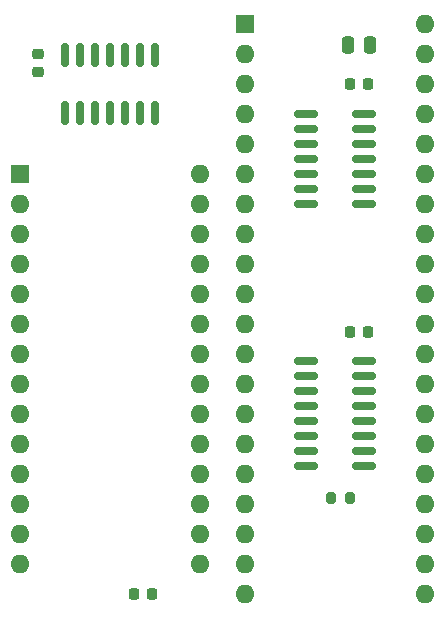
<source format=gbr>
%TF.GenerationSoftware,KiCad,Pcbnew,8.0.7*%
%TF.CreationDate,2025-01-07T22:57:07+00:00*%
%TF.ProjectId,177x,31373778-2e6b-4696-9361-645f70636258,01*%
%TF.SameCoordinates,Original*%
%TF.FileFunction,Soldermask,Top*%
%TF.FilePolarity,Negative*%
%FSLAX46Y46*%
G04 Gerber Fmt 4.6, Leading zero omitted, Abs format (unit mm)*
G04 Created by KiCad (PCBNEW 8.0.7) date 2025-01-07 22:57:07*
%MOMM*%
%LPD*%
G01*
G04 APERTURE LIST*
G04 Aperture macros list*
%AMRoundRect*
0 Rectangle with rounded corners*
0 $1 Rounding radius*
0 $2 $3 $4 $5 $6 $7 $8 $9 X,Y pos of 4 corners*
0 Add a 4 corners polygon primitive as box body*
4,1,4,$2,$3,$4,$5,$6,$7,$8,$9,$2,$3,0*
0 Add four circle primitives for the rounded corners*
1,1,$1+$1,$2,$3*
1,1,$1+$1,$4,$5*
1,1,$1+$1,$6,$7*
1,1,$1+$1,$8,$9*
0 Add four rect primitives between the rounded corners*
20,1,$1+$1,$2,$3,$4,$5,0*
20,1,$1+$1,$4,$5,$6,$7,0*
20,1,$1+$1,$6,$7,$8,$9,0*
20,1,$1+$1,$8,$9,$2,$3,0*%
G04 Aperture macros list end*
%ADD10RoundRect,0.250000X0.250000X0.475000X-0.250000X0.475000X-0.250000X-0.475000X0.250000X-0.475000X0*%
%ADD11RoundRect,0.150000X-0.825000X-0.150000X0.825000X-0.150000X0.825000X0.150000X-0.825000X0.150000X0*%
%ADD12RoundRect,0.225000X0.225000X0.250000X-0.225000X0.250000X-0.225000X-0.250000X0.225000X-0.250000X0*%
%ADD13RoundRect,0.225000X-0.225000X-0.250000X0.225000X-0.250000X0.225000X0.250000X-0.225000X0.250000X0*%
%ADD14R,1.600000X1.600000*%
%ADD15O,1.600000X1.600000*%
%ADD16RoundRect,0.200000X0.200000X0.275000X-0.200000X0.275000X-0.200000X-0.275000X0.200000X-0.275000X0*%
%ADD17RoundRect,0.225000X-0.250000X0.225000X-0.250000X-0.225000X0.250000X-0.225000X0.250000X0.225000X0*%
%ADD18RoundRect,0.150000X0.150000X-0.825000X0.150000X0.825000X-0.150000X0.825000X-0.150000X-0.825000X0*%
G04 APERTURE END LIST*
D10*
%TO.C,C5*%
X110932000Y-38862000D03*
X109032000Y-38862000D03*
%TD*%
D11*
%TO.C,IC4*%
X105475000Y-44704000D03*
X105475000Y-45974000D03*
X105475000Y-47244000D03*
X105475000Y-48514000D03*
X105475000Y-49784000D03*
X105475000Y-51054000D03*
X105475000Y-52324000D03*
X110425000Y-52324000D03*
X110425000Y-51054000D03*
X110425000Y-49784000D03*
X110425000Y-48514000D03*
X110425000Y-47244000D03*
X110425000Y-45974000D03*
X110425000Y-44704000D03*
%TD*%
D12*
%TO.C,C3*%
X110757000Y-63214000D03*
X109207000Y-63214000D03*
%TD*%
D13*
%TO.C,C1*%
X90906000Y-85344000D03*
X92456000Y-85344000D03*
%TD*%
D12*
%TO.C,C4*%
X110757000Y-42164000D03*
X109207000Y-42164000D03*
%TD*%
D14*
%TO.C,IC5*%
X100330000Y-37084000D03*
D15*
X100330000Y-39624000D03*
X100330000Y-42164000D03*
X100330000Y-44704000D03*
X100330000Y-47244000D03*
X100330000Y-49784000D03*
X100330000Y-52324000D03*
X100330000Y-54864000D03*
X100330000Y-57404000D03*
X100330000Y-59944000D03*
X100330000Y-62484000D03*
X100330000Y-65024000D03*
X100330000Y-67564000D03*
X100330000Y-70104000D03*
X100330000Y-72644000D03*
X100330000Y-75184000D03*
X100330000Y-77724000D03*
X100330000Y-80264000D03*
X100330000Y-82804000D03*
X100330000Y-85344000D03*
X115570000Y-85344000D03*
X115570000Y-82804000D03*
X115570000Y-80264000D03*
X115570000Y-77724000D03*
X115570000Y-75184000D03*
X115570000Y-72644000D03*
X115570000Y-70104000D03*
X115570000Y-67564000D03*
X115570000Y-65024000D03*
X115570000Y-62484000D03*
X115570000Y-59944000D03*
X115570000Y-57404000D03*
X115570000Y-54864000D03*
X115570000Y-52324000D03*
X115570000Y-49784000D03*
X115570000Y-47244000D03*
X115570000Y-44704000D03*
X115570000Y-42164000D03*
X115570000Y-39624000D03*
X115570000Y-37084000D03*
%TD*%
D14*
%TO.C,IC1*%
X81275000Y-49794000D03*
D15*
X81275000Y-52334000D03*
X81275000Y-54874000D03*
X81275000Y-57414000D03*
X81275000Y-59954000D03*
X81275000Y-62494000D03*
X81275000Y-65034000D03*
X81275000Y-67574000D03*
X81275000Y-70114000D03*
X81275000Y-72654000D03*
X81275000Y-75194000D03*
X81275000Y-77734000D03*
X81275000Y-80274000D03*
X81275000Y-82814000D03*
X96515000Y-82814000D03*
X96515000Y-80274000D03*
X96515000Y-77734000D03*
X96515000Y-75194000D03*
X96515000Y-72654000D03*
X96515000Y-70114000D03*
X96515000Y-67574000D03*
X96515000Y-65034000D03*
X96515000Y-62494000D03*
X96515000Y-59954000D03*
X96515000Y-57414000D03*
X96515000Y-54874000D03*
X96515000Y-52334000D03*
X96515000Y-49794000D03*
%TD*%
D11*
%TO.C,IC3*%
X105475000Y-65659000D03*
X105475000Y-66929000D03*
X105475000Y-68199000D03*
X105475000Y-69469000D03*
X105475000Y-70739000D03*
X105475000Y-72009000D03*
X105475000Y-73279000D03*
X105475000Y-74549000D03*
X110425000Y-74549000D03*
X110425000Y-73279000D03*
X110425000Y-72009000D03*
X110425000Y-70739000D03*
X110425000Y-69469000D03*
X110425000Y-68199000D03*
X110425000Y-66929000D03*
X110425000Y-65659000D03*
%TD*%
D16*
%TO.C,R1*%
X109220000Y-77216000D03*
X107570000Y-77216000D03*
%TD*%
D17*
%TO.C,C2*%
X82804000Y-39611000D03*
X82804000Y-41161000D03*
%TD*%
D18*
%TO.C,IC2*%
X85090000Y-44639000D03*
X86360000Y-44639000D03*
X87630000Y-44639000D03*
X88900000Y-44639000D03*
X90170000Y-44639000D03*
X91440000Y-44639000D03*
X92710000Y-44639000D03*
X92710000Y-39689000D03*
X91440000Y-39689000D03*
X90170000Y-39689000D03*
X88900000Y-39689000D03*
X87630000Y-39689000D03*
X86360000Y-39689000D03*
X85090000Y-39689000D03*
%TD*%
M02*

</source>
